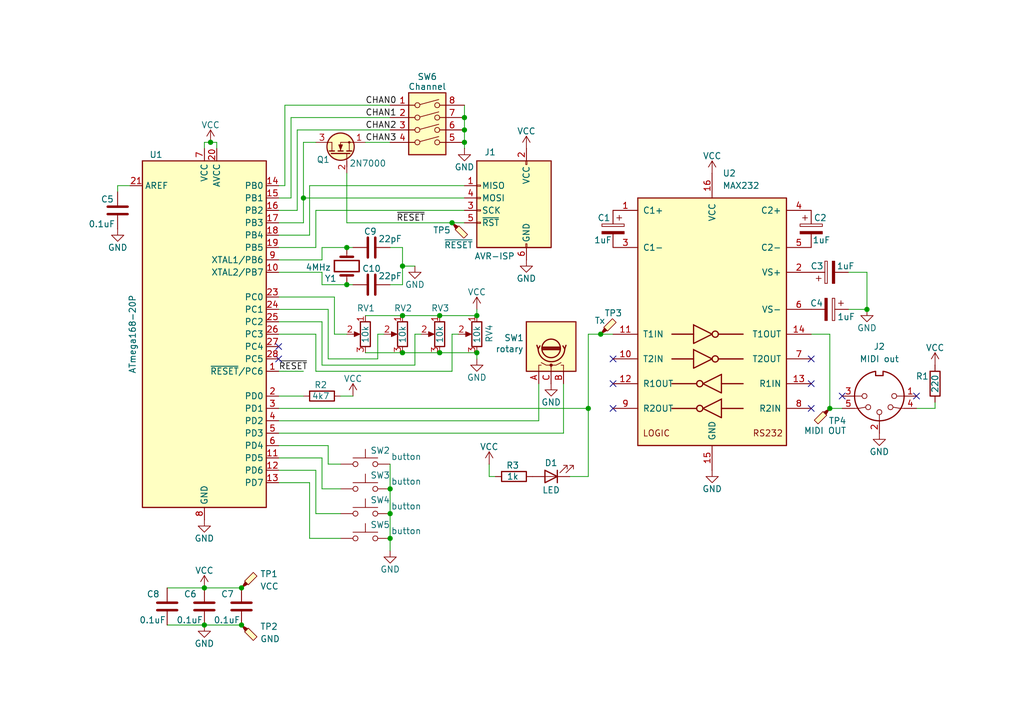
<source format=kicad_sch>
(kicad_sch (version 20250114) (generator "eeschema") (generator_version "9.0")
  (paper "A5")
  (title_block (title "MIDI knobs") (date "2026-01-28") (rev "1"))
  (lib_symbols
    (symbol "Connector:AVR-ISP-6" (pin_names (offset 1.016))
      (property "Reference" "J" (at -6.35 11.43 0))
      (property "Value" "AVR-ISP-6" (at 0 11.43 0))
      (symbol "AVR-ISP-6_0_1"
        (rectangle (start -2.667 10.16) (end -2.413 9.398))
        (rectangle (start -2.667 -6.858) (end -2.413 -7.62))
        (rectangle (start 7.62 10.16) (end -7.62 -7.62) (stroke (width 0.254)) (fill (type background)))
        (rectangle (start 7.62 5.207) (end 6.858 4.953))
        (rectangle (start 7.62 2.667) (end 6.858 2.413))
        (rectangle (start 7.62 0.127) (end 6.858 -0.127))
        (rectangle (start 7.62 -2.413) (end 6.858 -2.667))
      )
      (symbol "AVR-ISP-6_1_1"
        (pin passive line (at -2.54 12.7 270) (length 2.54) (name "VCC") (number "2"))
        (pin passive line (at -2.54 -10.16 90) (length 2.54) (name "GND") (number "6"))
        (pin passive line (at 10.16 5.08 180) (length 2.54) (name "MISO") (number "1"))
        (pin passive line (at 10.16 2.54 180) (length 2.54) (name "MOSI") (number "4"))
        (pin passive line (at 10.16 0 180) (length 2.54) (name "SCK") (number "3"))
        (pin passive line (at 10.16 -2.54 180) (length 2.54) (name "~{RST}") (number "5"))
      )
    )
    (symbol "Connector:DIN-5_180degree" (pin_names (offset 1.016))
      (property "Reference" "J" (at 3.175 5.715 0))
      (property "Value" "DIN-5_180degree" (at 0 -6.35 0))
      (symbol "DIN-5_180degree_0_1"
        (polyline (pts (xy -5.08 2.54) (xy -4.318 2.54) (xy -2.794 2.286)))
        (polyline (pts (xy -5.08 0) (xy -3.556 0)))
        (circle (center -3.048 0) (radius 0.508))
        (circle (center -2.286 2.286) (radius 0.508))
        (polyline (pts (xy -0.762 -4.953) (xy -0.762 -4.191) (xy 0.762 -4.191) (xy 0.762 -4.953)) (stroke (width 0.254)))
        (arc (start 5.08 0) (mid 3.8673 -3.3444) (end 0.762 -5.08) (stroke (width 0.254)))
        (polyline (pts (xy 0 5.08) (xy 0 3.81)))
        (circle (center 0 3.302) (radius 0.508))
        (arc (start -5.08 0) (mid 0 5.0579) (end 5.08 0) (stroke (width 0.254)))
        (arc (start -0.762 -5.08) (mid -3.8597 -3.3379) (end -5.08 0) (stroke (width 0.254)))
        (circle (center 2.286 2.286) (radius 0.508))
        (circle (center 3.048 0) (radius 0.508))
        (polyline (pts (xy 5.08 2.54) (xy 4.318 2.54) (xy 2.794 2.286)))
        (polyline (pts (xy 5.08 0) (xy 3.556 0)))
      )
      (symbol "DIN-5_180degree_1_1"
        (pin passive line (at -7.62 2.54 0) (length 2.54) (name "~") (number "4"))
        (pin passive line (at -7.62 0 0) (length 2.54) (name "~") (number "1"))
        (pin passive line (at 0 7.62 270) (length 2.54) (name "~") (number "2"))
        (pin passive line (at 7.62 2.54 180) (length 2.54) (name "~") (number "5"))
        (pin passive line (at 7.62 0 180) (length 2.54) (name "~") (number "3"))
      )
    )
    (symbol "Connector:TestPoint_Probe" (pin_numbers (hide yes)) (pin_names (offset 0.762) (hide yes))
      (property "Reference" "TP" (at 1.651 5.842 0))
      (property "Value" "TestPoint_Probe" (at 1.651 4.064 0))
      (symbol "TestPoint_Probe_0_1"
        (polyline (pts (xy 1.27 0.762) (xy 0 0) (xy 0.762 1.27) (xy 1.27 0.762)) (fill (type outline)))
        (polyline (pts (xy 1.397 0.635) (xy 0.635 1.397) (xy 2.413 3.175) (xy 3.175 2.413) (xy 1.397 0.635)) (fill (type background)))
      )
      (symbol "TestPoint_Probe_1_1"
        (pin passive line (at 0 0 90) (length 0) (name "1") (number "1"))
      )
    )
    (symbol "Device:C" (pin_numbers (hide yes)) (pin_names (offset 0.254))
      (property "Reference" "C" (at 0.635 2.54 0))
      (property "Value" "C" (at 0.635 -2.54 0))
      (symbol "C_0_1"
        (polyline (pts (xy -2.032 0.762) (xy 2.032 0.762)) (stroke (width 0.508)))
        (polyline (pts (xy -2.032 -0.762) (xy 2.032 -0.762)) (stroke (width 0.508)))
      )
      (symbol "C_1_1"
        (pin passive line (at 0 3.81 270) (length 2.794) (name "~") (number "1"))
        (pin passive line (at 0 -3.81 90) (length 2.794) (name "~") (number "2"))
      )
    )
    (symbol "Device:C_Polarized" (pin_numbers (hide yes)) (pin_names (offset 0.254))
      (property "Reference" "C" (at 0.635 2.54 0))
      (property "Value" "C_Polarized" (at 0.635 -2.54 0))
      (symbol "C_Polarized_0_1"
        (rectangle (start -2.286 0.508) (end 2.286 1.016))
        (polyline (pts (xy -1.778 2.286) (xy -0.762 2.286)))
        (polyline (pts (xy -1.27 2.794) (xy -1.27 1.778)))
        (rectangle (start 2.286 -0.508) (end -2.286 -1.016) (fill (type outline)))
      )
      (symbol "C_Polarized_1_1"
        (pin passive line (at 0 3.81 270) (length 2.794) (name "~") (number "1"))
        (pin passive line (at 0 -3.81 90) (length 2.794) (name "~") (number "2"))
      )
    )
    (symbol "Device:Crystal" (pin_numbers (hide yes)) (pin_names (offset 1.016) (hide yes))
      (property "Reference" "Y" (at 0 3.81 0))
      (property "Value" "Crystal" (at 0 -3.81 0))
      (symbol "Crystal_0_1"
        (polyline (pts (xy -2.54 0) (xy -1.905 0)))
        (polyline (pts (xy -1.905 -1.27) (xy -1.905 1.27)) (stroke (width 0.508)))
        (rectangle (start -1.143 2.54) (end 1.143 -2.54) (stroke (width 0.3048)))
        (polyline (pts (xy 1.905 -1.27) (xy 1.905 1.27)) (stroke (width 0.508)))
        (polyline (pts (xy 2.54 0) (xy 1.905 0)))
      )
      (symbol "Crystal_1_1"
        (pin passive line (at -3.81 0 0) (length 1.27) (name "1") (number "1"))
        (pin passive line (at 3.81 0 180) (length 1.27) (name "2") (number "2"))
      )
    )
    (symbol "Device:LED" (pin_numbers (hide yes)) (pin_names (offset 1.016) (hide yes))
      (property "Reference" "D" (at 0 2.54 0))
      (property "Value" "LED" (at 0 -2.54 0))
      (symbol "LED_0_1"
        (polyline (pts (xy -3.048 -0.762) (xy -4.572 -2.286) (xy -3.81 -2.286) (xy -4.572 -2.286) (xy -4.572 -1.524)))
        (polyline (pts (xy -1.778 -0.762) (xy -3.302 -2.286) (xy -2.54 -2.286) (xy -3.302 -2.286) (xy -3.302 -1.524)))
        (polyline (pts (xy -1.27 0) (xy 1.27 0)))
        (polyline (pts (xy -1.27 -1.27) (xy -1.27 1.27)) (stroke (width 0.254)))
        (polyline (pts (xy 1.27 -1.27) (xy 1.27 1.27) (xy -1.27 0) (xy 1.27 -1.27)) (stroke (width 0.254)))
      )
      (symbol "LED_1_1"
        (pin passive line (at -3.81 0 0) (length 2.54) (name "K") (number "1"))
        (pin passive line (at 3.81 0 180) (length 2.54) (name "A") (number "2"))
      )
    )
    (symbol "Device:R" (pin_numbers (hide yes)) (pin_names (offset 0))
      (property "Reference" "R" (at 2.032 0 90))
      (property "Value" "R" (at 0 0 90))
      (symbol "R_0_1"
        (rectangle (start -1.016 -2.54) (end 1.016 2.54) (stroke (width 0.254)))
      )
      (symbol "R_1_1"
        (pin passive line (at 0 3.81 270) (length 1.27) (name "~") (number "1"))
        (pin passive line (at 0 -3.81 90) (length 1.27) (name "~") (number "2"))
      )
    )
    (symbol "Device:R_Potentiometer" (pin_names (offset 1.016) (hide yes))
      (property "Reference" "RV" (at -4.445 0 90))
      (property "Value" "R_Potentiometer" (at -2.54 0 90))
      (symbol "R_Potentiometer_0_1"
        (rectangle (start 1.016 2.54) (end -1.016 -2.54) (stroke (width 0.254)))
        (polyline (pts (xy 1.143 0) (xy 2.286 0.508) (xy 2.286 -0.508) (xy 1.143 0)) (fill (type outline)))
        (polyline (pts (xy 2.54 0) (xy 1.524 0)))
      )
      (symbol "R_Potentiometer_1_1"
        (pin passive line (at 0 3.81 270) (length 1.27) (name "1") (number "1"))
        (pin passive line (at 0 -3.81 90) (length 1.27) (name "3") (number "3"))
        (pin passive line (at 3.81 0 180) (length 1.27) (name "2") (number "2"))
      )
    )
    (symbol "Device:RotaryEncoder" (pin_names (offset 0.254) (hide yes))
      (property "Reference" "SW" (at 0 6.604 0))
      (property "Value" "RotaryEncoder" (at 0 -6.604 0))
      (symbol "RotaryEncoder_0_1"
        (rectangle (start -5.08 5.08) (end 5.08 -5.08) (stroke (width 0.254)) (fill (type background)))
        (polyline (pts (xy -5.08 2.54) (xy -3.81 2.54) (xy -3.81 2.032)))
        (polyline (pts (xy -5.08 0) (xy -3.81 0) (xy -3.81 -1.016) (xy -3.302 -2.032)))
        (polyline (pts (xy -5.08 -2.54) (xy -3.81 -2.54) (xy -3.81 -2.032)))
        (polyline (pts (xy -4.318 0) (xy -3.81 0) (xy -3.81 1.016) (xy -3.302 2.032)))
        (circle (center -3.81 0) (radius 0.254) (fill (type outline)))
        (polyline (pts (xy -0.635 -1.778) (xy -0.635 1.778)) (stroke (width 0.254)))
        (circle (center -0.381 0) (radius 1.905) (stroke (width 0.254)))
        (polyline (pts (xy -0.381 -1.778) (xy -0.381 1.778)) (stroke (width 0.254)))
        (arc (start -0.381 -2.794) (mid -3.0988 -0.0635) (end -0.381 2.667) (stroke (width 0.254)))
        (polyline (pts (xy -0.127 1.778) (xy -0.127 -1.778)) (stroke (width 0.254)))
        (polyline (pts (xy 0.254 2.921) (xy -0.508 2.667) (xy 0.127 2.286)) (stroke (width 0.254)))
        (polyline (pts (xy 0.254 -3.048) (xy -0.508 -2.794) (xy 0.127 -2.413)) (stroke (width 0.254)))
      )
      (symbol "RotaryEncoder_1_1"
        (pin passive line (at -7.62 2.54 0) (length 2.54) (name "A") (number "A"))
        (pin passive line (at -7.62 0 0) (length 2.54) (name "C") (number "C"))
        (pin passive line (at -7.62 -2.54 0) (length 2.54) (name "B") (number "B"))
      )
    )
    (symbol "Interface_UART:MAX232" (pin_names (offset 1.016))
      (property "Reference" "U" (at -2.54 28.575 0))
      (property "Value" "MAX232" (at -2.54 26.67 0))
      (symbol "MAX232_0_0"
        (text "LOGIC" (at -11.43 -22.86 0) (effects (font (size 1.27 1.27))))
        (text "RS232" (at 11.43 -22.86 0) (effects (font (size 1.27 1.27))))
      )
      (symbol "MAX232_0_1"
        (rectangle (start -15.24 -25.4) (end 15.24 25.4) (stroke (width 0.254)) (fill (type background)))
        (polyline (pts (xy -3.81 -0.635) (xy -3.81 -4.445) (xy 0 -2.54) (xy -3.81 -0.635)) (stroke (width 0.254)))
        (polyline (pts (xy -3.81 -2.54) (xy -8.255 -2.54)) (stroke (width 0.254)))
        (polyline (pts (xy -3.81 -5.715) (xy -3.81 -9.525) (xy 0 -7.62) (xy -3.81 -5.715)) (stroke (width 0.254)))
        (polyline (pts (xy -3.81 -7.62) (xy -8.255 -7.62)) (stroke (width 0.254)))
        (polyline (pts (xy -3.175 -12.7) (xy -8.255 -12.7)) (stroke (width 0.254)))
        (polyline (pts (xy -3.175 -17.78) (xy -8.255 -17.78)) (stroke (width 0.254)))
        (circle (center -2.54 -12.7) (radius 0.635) (stroke (width 0.254)))
        (circle (center -2.54 -17.78) (radius 0.635) (stroke (width 0.254)))
        (circle (center 0.635 -2.54) (radius 0.635) (stroke (width 0.254)))
        (circle (center 0.635 -7.62) (radius 0.635) (stroke (width 0.254)))
        (polyline (pts (xy 1.27 -2.54) (xy 6.35 -2.54)) (stroke (width 0.254)))
        (polyline (pts (xy 1.27 -7.62) (xy 6.35 -7.62)) (stroke (width 0.254)))
        (polyline (pts (xy 1.905 -10.795) (xy 1.905 -14.605) (xy -1.905 -12.7) (xy 1.905 -10.795)) (stroke (width 0.254)))
        (polyline (pts (xy 1.905 -12.7) (xy 6.35 -12.7)) (stroke (width 0.254)))
        (polyline (pts (xy 1.905 -15.875) (xy 1.905 -19.685) (xy -1.905 -17.78) (xy 1.905 -15.875)) (stroke (width 0.254)))
        (polyline (pts (xy 1.905 -17.78) (xy 6.35 -17.78)) (stroke (width 0.254)))
      )
      (symbol "MAX232_1_1"
        (pin passive line (at -20.32 22.86 0) (length 5.08) (name "C1+") (number "1"))
        (pin passive line (at -20.32 15.24 0) (length 5.08) (name "C1-") (number "3"))
        (pin input line (at -20.32 -2.54 0) (length 5.08) (name "T1IN") (number "11"))
        (pin input line (at -20.32 -7.62 0) (length 5.08) (name "T2IN") (number "10"))
        (pin output line (at -20.32 -12.7 0) (length 5.08) (name "R1OUT") (number "12"))
        (pin output line (at -20.32 -17.78 0) (length 5.08) (name "R2OUT") (number "9"))
        (pin power_in line (at 0 30.48 270) (length 5.08) (name "VCC") (number "16"))
        (pin power_in line (at 0 -30.48 90) (length 5.08) (name "GND") (number "15"))
        (pin passive line (at 20.32 22.86 180) (length 5.08) (name "C2+") (number "4"))
        (pin passive line (at 20.32 15.24 180) (length 5.08) (name "C2-") (number "5"))
        (pin power_out line (at 20.32 10.16 180) (length 5.08) (name "VS+") (number "2"))
        (pin power_out line (at 20.32 2.54 180) (length 5.08) (name "VS-") (number "6"))
        (pin output line (at 20.32 -2.54 180) (length 5.08) (name "T1OUT") (number "14"))
        (pin output line (at 20.32 -7.62 180) (length 5.08) (name "T2OUT") (number "7"))
        (pin input line (at 20.32 -12.7 180) (length 5.08) (name "R1IN") (number "13"))
        (pin input line (at 20.32 -17.78 180) (length 5.08) (name "R2IN") (number "8"))
      )
    )
    (symbol "MCU_Microchip_ATmega:ATmega168-20P"
      (property "Reference" "U" (at -12.7 36.83 0))
      (property "Value" "ATmega168-20P" (at 2.54 -36.83 0))
      (symbol "ATmega168-20P_0_1"
        (rectangle (start -12.7 -35.56) (end 12.7 35.56) (stroke (width 0.254)) (fill (type background)))
      )
      (symbol "ATmega168-20P_1_1"
        (pin passive line (at -15.24 30.48 0) (length 2.54) (name "AREF") (number "21"))
        (pin power_in line (at 0 38.1 270) (length 2.54) (name "VCC") (number "7"))
        (pin passive line (at 0 -38.1 90) (length 2.54) (hide yes) (name "GND") (number "22"))
        (pin power_in line (at 0 -38.1 90) (length 2.54) (name "GND") (number "8"))
        (pin power_in line (at 2.54 38.1 270) (length 2.54) (name "AVCC") (number "20"))
        (pin bidirectional line (at 15.24 30.48 180) (length 2.54) (name "PB0") (number "14"))
        (pin bidirectional line (at 15.24 27.94 180) (length 2.54) (name "PB1") (number "15"))
        (pin bidirectional line (at 15.24 25.4 180) (length 2.54) (name "PB2") (number "16"))
        (pin bidirectional line (at 15.24 22.86 180) (length 2.54) (name "PB3") (number "17"))
        (pin bidirectional line (at 15.24 20.32 180) (length 2.54) (name "PB4") (number "18"))
        (pin bidirectional line (at 15.24 17.78 180) (length 2.54) (name "PB5") (number "19"))
        (pin bidirectional line (at 15.24 15.24 180) (length 2.54) (name "XTAL1/PB6") (number "9"))
        (pin bidirectional line (at 15.24 12.7 180) (length 2.54) (name "XTAL2/PB7") (number "10"))
        (pin bidirectional line (at 15.24 7.62 180) (length 2.54) (name "PC0") (number "23"))
        (pin bidirectional line (at 15.24 5.08 180) (length 2.54) (name "PC1") (number "24"))
        (pin bidirectional line (at 15.24 2.54 180) (length 2.54) (name "PC2") (number "25"))
        (pin bidirectional line (at 15.24 0 180) (length 2.54) (name "PC3") (number "26"))
        (pin bidirectional line (at 15.24 -2.54 180) (length 2.54) (name "PC4") (number "27"))
        (pin bidirectional line (at 15.24 -5.08 180) (length 2.54) (name "PC5") (number "28"))
        (pin bidirectional line (at 15.24 -7.62 180) (length 2.54) (name "~{RESET}/PC6") (number "1"))
        (pin bidirectional line (at 15.24 -12.7 180) (length 2.54) (name "PD0") (number "2"))
        (pin bidirectional line (at 15.24 -15.24 180) (length 2.54) (name "PD1") (number "3"))
        (pin bidirectional line (at 15.24 -17.78 180) (length 2.54) (name "PD2") (number "4"))
        (pin bidirectional line (at 15.24 -20.32 180) (length 2.54) (name "PD3") (number "5"))
        (pin bidirectional line (at 15.24 -22.86 180) (length 2.54) (name "PD4") (number "6"))
        (pin bidirectional line (at 15.24 -25.4 180) (length 2.54) (name "PD5") (number "11"))
        (pin bidirectional line (at 15.24 -27.94 180) (length 2.54) (name "PD6") (number "12"))
        (pin bidirectional line (at 15.24 -30.48 180) (length 2.54) (name "PD7") (number "13"))
      )
    )
    (symbol "PCM_Transistor_MOSFET_AKL:2N7000" (pin_names (hide yes))
      (property "Reference" "Q" (at 5.08 1.27 0))
      (property "Value" "2N7000" (at 5.08 -1.27 0))
      (symbol "2N7000_0_1"
        (polyline (pts (xy 0.254 1.905) (xy 0.254 -1.905)) (stroke (width 0.254)))
        (polyline (pts (xy 0.254 -1.27) (xy -2.54 -1.27)))
        (polyline (pts (xy 0.762 2.286) (xy 0.762 1.27)) (stroke (width 0.254)))
        (polyline (pts (xy 0.762 0.508) (xy 0.762 -0.508)) (stroke (width 0.254)))
        (polyline (pts (xy 0.762 -1.27) (xy 0.762 -2.286)) (stroke (width 0.254)))
        (polyline (pts (xy 0.762 -1.778) (xy 2.54 -1.778)))
        (polyline (pts (xy 1.016 0) (xy 2.032 0.381) (xy 2.032 -0.381) (xy 1.016 0)) (fill (type outline)))
        (circle (center 1.651 0) (radius 2.794) (stroke (width 0.254)) (fill (type background)))
        (polyline (pts (xy 2.54 2.54) (xy 2.54 1.778)))
        (polyline (pts (xy 2.54 1.778) (xy 0.762 1.778)))
        (circle (center 2.54 -1.778) (radius 0.1778) (fill (type outline)))
        (polyline (pts (xy 2.54 -2.54) (xy 2.54 0) (xy 0.762 0)))
      )
      (symbol "2N7000_1_1"
        (pin input line (at -3.81 -1.27 0) (length 2.54) (name "G") (number "2"))
        (pin passive line (at 2.54 5.08 270) (length 2.54) (name "D") (number "3"))
        (pin passive line (at 2.54 -5.08 90) (length 2.54) (name "S") (number "1"))
      )
    )
    (symbol "Switch:SW_DIP_x04" (pin_names (offset 0) (hide yes))
      (property "Reference" "SW" (at 0 8.89 0))
      (property "Value" "SW_DIP_x04" (at 0 -6.35 0))
      (symbol "SW_DIP_x04_0_0"
        (circle (center -2.032 5.08) (radius 0.508))
        (circle (center -2.032 2.54) (radius 0.508))
        (circle (center -2.032 0) (radius 0.508))
        (circle (center -2.032 -2.54) (radius 0.508))
        (polyline (pts (xy -1.524 5.207) (xy 2.3622 6.2484)))
        (polyline (pts (xy -1.524 2.667) (xy 2.3622 3.7084)))
        (polyline (pts (xy -1.524 0.127) (xy 2.3622 1.1684)))
        (polyline (pts (xy -1.524 -2.3876) (xy 2.3622 -1.3462)))
        (circle (center 2.032 5.08) (radius 0.508))
        (circle (center 2.032 2.54) (radius 0.508))
        (circle (center 2.032 0) (radius 0.508))
        (circle (center 2.032 -2.54) (radius 0.508))
      )
      (symbol "SW_DIP_x04_0_1"
        (rectangle (start -3.81 7.62) (end 3.81 -5.08) (stroke (width 0.254)) (fill (type background)))
      )
      (symbol "SW_DIP_x04_1_1"
        (pin passive line (at -7.62 5.08 0) (length 5.08) (name "~") (number "1"))
        (pin passive line (at -7.62 2.54 0) (length 5.08) (name "~") (number "2"))
        (pin passive line (at -7.62 0 0) (length 5.08) (name "~") (number "3"))
        (pin passive line (at -7.62 -2.54 0) (length 5.08) (name "~") (number "4"))
        (pin passive line (at 7.62 5.08 180) (length 5.08) (name "~") (number "8"))
        (pin passive line (at 7.62 2.54 180) (length 5.08) (name "~") (number "7"))
        (pin passive line (at 7.62 0 180) (length 5.08) (name "~") (number "6"))
        (pin passive line (at 7.62 -2.54 180) (length 5.08) (name "~") (number "5"))
      )
    )
    (symbol "Switch:SW_Push" (pin_numbers (hide yes)) (pin_names (offset 1.016) (hide yes))
      (property "Reference" "SW" (at 1.27 2.54 0))
      (property "Value" "SW_Push" (at 0 -1.524 0))
      (symbol "SW_Push_0_1"
        (circle (center -2.032 0) (radius 0.508))
        (polyline (pts (xy 0 1.27) (xy 0 3.048)))
        (circle (center 2.032 0) (radius 0.508))
        (polyline (pts (xy 2.54 1.27) (xy -2.54 1.27)))
        (pin passive line (at -5.08 0 0) (length 2.54) (name "1") (number "1"))
        (pin passive line (at 5.08 0 180) (length 2.54) (name "2") (number "2"))
      )
    )
    (symbol "power:GND" (power) (pin_numbers (hide yes)) (pin_names (offset 0) (hide yes))
      (property "Value" "GND" (at 0 -3.81 0))
      (symbol "GND_0_1"
        (polyline (pts (xy 0 0) (xy 0 -1.27) (xy 1.27 -1.27) (xy 0 -2.54) (xy -1.27 -1.27) (xy 0 -1.27)))
      )
      (symbol "GND_1_1"
        (pin power_in line (at 0 0 270) (length 0) (name "~") (number "1"))
      )
    )
    (symbol "power:VCC" (power) (pin_numbers (hide yes)) (pin_names (offset 0) (hide yes))
      (property "Value" "VCC" (at 0 3.556 0))
      (symbol "VCC_0_1"
        (polyline (pts (xy -0.762 1.27) (xy 0 2.54)))
        (polyline (pts (xy 0 2.54) (xy 0.762 1.27)))
        (polyline (pts (xy 0 0) (xy 0 2.54)))
      )
      (symbol "VCC_1_1"
        (pin power_in line (at 0 0 90) (length 0) (name "~") (number "1"))
      )
    )
  )
  (junction (at 92.71 45.72))
  (junction (at 82.55 72.39))
  (junction (at 49.53 120.65))
  (junction (at 95.25 26.67))
  (junction (at 95.25 24.13))
  (junction (at 90.17 72.39))
  (junction (at 41.91 128.27))
  (junction (at 80.01 100.33))
  (junction (at 41.91 120.65))
  (junction (at 62.23 40.64))
  (junction (at 123.19 68.58))
  (junction (at 82.55 54.61))
  (junction (at 97.79 72.39))
  (junction (at 80.01 105.41))
  (junction (at 82.55 64.77))
  (junction (at 170.18 83.82))
  (junction (at 49.53 128.27))
  (junction (at 177.8 63.5))
  (junction (at 97.79 64.77))
  (junction (at 80.01 110.49))
  (junction (at 95.25 29.21))
  (junction (at 71.12 50.8))
  (junction (at 90.17 64.77))
  (junction (at 43.18 29.21))
  (junction (at 120.65 83.82))
  (junction (at 71.12 58.42))
  (no_connect (at 172.72 81.28))
  (no_connect (at 125.73 73.66))
  (no_connect (at 166.37 83.82))
  (no_connect (at 57.15 71.12))
  (no_connect (at 57.15 73.66))
  (no_connect (at 125.73 78.74))
  (no_connect (at 166.37 73.66))
  (no_connect (at 187.96 81.28))
  (no_connect (at 166.37 78.74))
  (no_connect (at 125.73 83.82))
  (wire (pts (xy 123.19 68.58) (xy 125.73 68.58)))
  (wire (pts (xy 67.31 63.5) (xy 57.15 63.5)))
  (wire (pts (xy 59.69 40.64) (xy 57.15 40.64)))
  (wire (pts (xy 57.15 76.2) (xy 62.23 76.2)))
  (wire (pts (xy 41.91 29.21) (xy 43.18 29.21)))
  (wire (pts (xy 63.5 38.1) (xy 95.25 38.1)))
  (wire (pts (xy 172.72 83.82) (xy 170.18 83.82)))
  (wire (pts (xy 62.23 40.64) (xy 95.25 40.64)))
  (wire (pts (xy 78.74 68.58) (xy 77.47 68.58)))
  (wire (pts (xy 97.79 63.5) (xy 97.79 64.77)))
  (wire (pts (xy 120.65 68.58) (xy 120.65 83.82)))
  (wire (pts (xy 64.77 43.18) (xy 95.25 43.18)))
  (wire (pts (xy 60.96 26.67) (xy 60.96 43.18)))
  (wire (pts (xy 120.65 97.79) (xy 120.65 83.82)))
  (wire (pts (xy 41.91 128.27) (xy 49.53 128.27)))
  (wire (pts (xy 57.15 50.8) (xy 64.77 50.8)))
  (wire (pts (xy 85.09 74.93) (xy 66.04 74.93)))
  (wire (pts (xy 92.71 45.72) (xy 95.25 45.72)))
  (wire (pts (xy 66.04 58.42) (xy 71.12 58.42)))
  (wire (pts (xy 71.12 50.8) (xy 72.39 50.8)))
  (wire (pts (xy 90.17 72.39) (xy 97.79 72.39)))
  (wire (pts (xy 95.25 21.59) (xy 95.25 24.13)))
  (wire (pts (xy 69.85 100.33) (xy 66.04 100.33)))
  (wire (pts (xy 115.57 88.9) (xy 57.15 88.9)))
  (wire (pts (xy 41.91 30.48) (xy 41.91 29.21)))
  (wire (pts (xy 59.69 24.13) (xy 80.01 24.13)))
  (wire (pts (xy 69.85 110.49) (xy 63.5 110.49)))
  (wire (pts (xy 60.96 43.18) (xy 57.15 43.18)))
  (wire (pts (xy 80.01 105.41) (xy 80.01 110.49)))
  (wire (pts (xy 67.31 73.66) (xy 67.31 63.5)))
  (wire (pts (xy 58.42 21.59) (xy 58.42 38.1)))
  (wire (pts (xy 66.04 55.88) (xy 66.04 58.42)))
  (wire (pts (xy 173.99 63.5) (xy 177.8 63.5)))
  (wire (pts (xy 74.93 29.21) (xy 80.01 29.21)))
  (wire (pts (xy 34.29 128.27) (xy 41.91 128.27)))
  (wire (pts (xy 57.15 45.72) (xy 62.23 45.72)))
  (wire (pts (xy 63.5 48.26) (xy 63.5 38.1)))
  (wire (pts (xy 64.77 96.52) (xy 57.15 96.52)))
  (wire (pts (xy 80.01 95.25) (xy 80.01 100.33)))
  (wire (pts (xy 66.04 100.33) (xy 66.04 93.98)))
  (wire (pts (xy 67.31 95.25) (xy 67.31 91.44)))
  (wire (pts (xy 64.77 76.2) (xy 64.77 68.58)))
  (wire (pts (xy 66.04 74.93) (xy 66.04 66.04)))
  (wire (pts (xy 74.93 64.77) (xy 82.55 64.77)))
  (wire (pts (xy 66.04 50.8) (xy 71.12 50.8)))
  (wire (pts (xy 110.49 78.74) (xy 110.49 86.36)))
  (wire (pts (xy 82.55 58.42) (xy 80.01 58.42)))
  (wire (pts (xy 100.33 95.25) (xy 100.33 97.79)))
  (wire (pts (xy 93.98 68.58) (xy 92.71 68.58)))
  (wire (pts (xy 57.15 66.04) (xy 66.04 66.04)))
  (wire (pts (xy 58.42 21.59) (xy 80.01 21.59)))
  (wire (pts (xy 57.15 55.88) (xy 66.04 55.88)))
  (wire (pts (xy 24.13 38.1) (xy 26.67 38.1)))
  (wire (pts (xy 64.77 68.58) (xy 57.15 68.58)))
  (wire (pts (xy 82.55 54.61) (xy 85.09 54.61)))
  (wire (pts (xy 64.77 50.8) (xy 64.77 43.18)))
  (wire (pts (xy 58.42 38.1) (xy 57.15 38.1)))
  (wire (pts (xy 63.5 110.49) (xy 63.5 99.06)))
  (wire (pts (xy 66.04 53.34) (xy 66.04 50.8)))
  (wire (pts (xy 82.55 64.77) (xy 90.17 64.77)))
  (wire (pts (xy 82.55 50.8) (xy 82.55 54.61)))
  (wire (pts (xy 82.55 72.39) (xy 90.17 72.39)))
  (wire (pts (xy 43.18 29.21) (xy 44.45 29.21)))
  (wire (pts (xy 80.01 100.33) (xy 80.01 105.41)))
  (wire (pts (xy 57.15 83.82) (xy 120.65 83.82)))
  (wire (pts (xy 90.17 64.77) (xy 97.79 64.77)))
  (wire (pts (xy 68.58 60.96) (xy 57.15 60.96)))
  (wire (pts (xy 62.23 29.21) (xy 62.23 40.64)))
  (wire (pts (xy 115.57 78.74) (xy 115.57 88.9)))
  (wire (pts (xy 34.29 120.65) (xy 41.91 120.65)))
  (wire (pts (xy 191.77 82.55) (xy 191.77 83.82)))
  (wire (pts (xy 24.13 39.37) (xy 24.13 38.1)))
  (wire (pts (xy 86.36 68.58) (xy 85.09 68.58)))
  (wire (pts (xy 77.47 73.66) (xy 67.31 73.66)))
  (wire (pts (xy 80.01 110.49) (xy 80.01 113.03)))
  (wire (pts (xy 69.85 81.28) (xy 72.39 81.28)))
  (wire (pts (xy 95.25 24.13) (xy 95.25 26.67)))
  (wire (pts (xy 69.85 105.41) (xy 64.77 105.41)))
  (wire (pts (xy 63.5 99.06) (xy 57.15 99.06)))
  (wire (pts (xy 170.18 83.82) (xy 170.18 68.58)))
  (wire (pts (xy 123.19 68.58) (xy 120.65 68.58)))
  (wire (pts (xy 71.12 45.72) (xy 92.71 45.72)))
  (wire (pts (xy 173.99 55.88) (xy 177.8 55.88)))
  (wire (pts (xy 71.12 35.56) (xy 71.12 45.72)))
  (wire (pts (xy 44.45 29.21) (xy 44.45 30.48)))
  (wire (pts (xy 191.77 83.82) (xy 187.96 83.82)))
  (wire (pts (xy 60.96 26.67) (xy 80.01 26.67)))
  (wire (pts (xy 68.58 68.58) (xy 71.12 68.58)))
  (wire (pts (xy 80.01 50.8) (xy 82.55 50.8)))
  (wire (pts (xy 100.33 97.79) (xy 101.6 97.79)))
  (wire (pts (xy 57.15 81.28) (xy 62.23 81.28)))
  (wire (pts (xy 64.77 76.2) (xy 92.71 76.2)))
  (wire (pts (xy 95.25 29.21) (xy 95.25 30.48)))
  (wire (pts (xy 95.25 26.67) (xy 95.25 29.21)))
  (wire (pts (xy 66.04 93.98) (xy 57.15 93.98)))
  (wire (pts (xy 68.58 68.58) (xy 68.58 60.96)))
  (wire (pts (xy 116.84 97.79) (xy 120.65 97.79)))
  (wire (pts (xy 92.71 68.58) (xy 92.71 76.2)))
  (wire (pts (xy 41.91 120.65) (xy 49.53 120.65)))
  (wire (pts (xy 82.55 54.61) (xy 82.55 58.42)))
  (wire (pts (xy 177.8 55.88) (xy 177.8 63.5)))
  (wire (pts (xy 59.69 24.13) (xy 59.69 40.64)))
  (wire (pts (xy 57.15 86.36) (xy 110.49 86.36)))
  (wire (pts (xy 67.31 95.25) (xy 69.85 95.25)))
  (wire (pts (xy 170.18 68.58) (xy 166.37 68.58)))
  (wire (pts (xy 71.12 58.42) (xy 72.39 58.42)))
  (wire (pts (xy 85.09 68.58) (xy 85.09 74.93)))
  (wire (pts (xy 97.79 72.39) (xy 97.79 73.66)))
  (wire (pts (xy 57.15 48.26) (xy 63.5 48.26)))
  (wire (pts (xy 57.15 53.34) (xy 66.04 53.34)))
  (wire (pts (xy 62.23 29.21) (xy 64.77 29.21)))
  (wire (pts (xy 64.77 105.41) (xy 64.77 96.52)))
  (wire (pts (xy 62.23 45.72) (xy 62.23 40.64)))
  (wire (pts (xy 67.31 91.44) (xy 57.15 91.44)))
  (wire (pts (xy 77.47 68.58) (xy 77.47 73.66)))
  (wire (pts (xy 74.93 72.39) (xy 82.55 72.39)))
  (label "CHAN0" (at 74.93 21.59 0))
  (label "CHAN2" (at 74.93 26.67 0))
  (label "CHAN1" (at 74.93 24.13 0))
  (label "~{RESET}" (at 81.28 45.72 0))
  (label "CHAN3" (at 74.93 29.21 0))
  (label "~{RESET}" (at 57.15 76.2 0))
  (symbol (lib_id "Device:LED") (at 113.03 97.79 180) (unit 1)
    (property "Reference" "D1" (at 113.03 94.996 0))
    (property "Value" "LED" (at 113.03 100.584 0))
    (property "Description" "Light emitting diode" (effects (hide yes)))
    (property "Sim.Pins" "1=K 2=A" (effects (hide yes)))
  )
  (symbol (lib_id "Device:R") (at 105.41 97.79 90) (unit 1)
    (property "Reference" "R3" (at 105.156 95.504 90))
    (property "Value" "1k" (at 105.156 97.79 90))
    (property "Description" "Resistor" (effects (hide yes)))
  )
  (symbol (lib_id "power:VCC") (at 43.18 29.21 0) (unit 1)
    (property "Reference" "#PWR05" (effects (hide yes)))
    (property "Value" "VCC" (at 43.18 25.654 0))
    (property "Description" "Power symbol creates a global label with name \"VCC\"" (effects (hide yes)))
  )
  (symbol (lib_id "Device:C") (at 41.91 124.46 0) (unit 1)
    (property "Reference" "C6" (at 40.386 121.92 0) (effects (justify right)))
    (property "Value" "0.1uF" (at 41.656 127.254 0) (effects (justify right)))
    (property "Description" "Unpolarized capacitor" (effects (hide yes)))
  )
  (symbol (lib_id "Device:C_Polarized") (at 166.37 46.99 0) (unit 1)
    (property "Reference" "C2" (at 166.878 44.704 0) (effects (justify left)))
    (property "Value" "1uF" (at 166.624 49.276 0) (effects (justify left)))
    (property "Description" "Polarized capacitor" (effects (hide yes)))
  )
  (symbol (lib_id "Connector:TestPoint_Probe") (at 49.53 128.27 270) (unit 1)
    (property "Reference" "TP2" (at 53.34 128.5874 90) (effects (justify left)))
    (property "Value" "GND" (at 53.34 131.1274 90) (effects (justify left)))
    (property "Description" "test point (alternative probe-style design)" (effects (hide yes)))
  )
  (symbol (lib_id "power:GND") (at 95.25 30.48 0) (unit 1)
    (property "Reference" "#PWR017" (effects (hide yes)))
    (property "Value" "GND" (at 95.25 34.29 0))
    (property "Description" "Power symbol creates a global label with name \"GND\" , ground" (effects (hide yes)))
  )
  (symbol (lib_id "MCU_Microchip_ATmega:ATmega168-20P") (at 41.91 68.58 0) (unit 1)
    (property "Reference" "U1" (at 32.004 31.75 0))
    (property "Value" "ATmega168-20P" (at 27.178 68.58 90))
    (property "Footprint" "Package_DIP:DIP-28_W7.62mm" (effects (hide yes)))
    (property "Datasheet" "http://ww1.microchip.com/downloads/en/DeviceDoc/Atmel-2545-8-bit-AVR-Microcontroller-ATmega48-88-168_Datasheet.pdf" (effects (hide yes)))
    (property "Description" "20MHz, 16kB Flash, 1kB SRAM, 512B EEPROM, DIP-28" (effects (hide yes)))
  )
  (symbol (lib_id "Device:R_Potentiometer") (at 82.55 68.58 0) (mirror y) (unit 1)
    (property "Reference" "RV2" (at 80.772 63.246 0) (effects (justify right)))
    (property "Value" "10k" (at 82.55 66.802 90) (effects (justify right)))
    (property "Description" "Potentiometer" (effects (hide yes)))
  )
  (symbol (lib_id "Switch:SW_Push") (at 74.93 105.41 0) (unit 1)
    (property "Reference" "SW4" (at 77.978 102.616 0))
    (property "Value" "button" (at 83.312 103.886 0))
    (property "Description" "Push button switch, generic, two pins" (effects (hide yes)))
  )
  (symbol (lib_id "power:VCC") (at 41.91 120.65 0) (unit 1)
    (property "Reference" "#PWR019" (effects (hide yes)))
    (property "Value" "VCC" (at 41.91 117.094 0))
    (property "Description" "Power symbol creates a global label with name \"VCC\"" (effects (hide yes)))
  )
  (symbol (lib_id "Device:C") (at 76.2 50.8 90) (unit 1)
    (property "Reference" "C9" (at 75.946 47.498 90))
    (property "Value" "22pF" (at 80.01 49.022 90))
    (property "Description" "Unpolarized capacitor" (effects (hide yes)))
  )
  (symbol (lib_id "Device:C") (at 49.53 124.46 0) (unit 1)
    (property "Reference" "C7" (at 48.006 121.92 0) (effects (justify right)))
    (property "Value" "0.1uF" (at 49.276 127.254 0) (effects (justify right)))
    (property "Description" "Unpolarized capacitor" (effects (hide yes)))
  )
  (symbol (lib_id "power:VCC") (at 146.05 35.56 0) (unit 1)
    (property "Reference" "#PWR09" (effects (hide yes)))
    (property "Value" "VCC" (at 146.05 32.004 0))
    (property "Description" "Power symbol creates a global label with name \"VCC\"" (effects (hide yes)))
  )
  (symbol (lib_id "Switch:SW_DIP_x04") (at 87.63 26.67 0) (unit 1)
    (property "Reference" "SW6" (at 87.63 15.748 0))
    (property "Value" "Channel" (at 87.63 17.78 0))
    (property "Description" "4x DIP Switch, Single Pole Single Throw (SPST) switch, small symbol" (effects (hide yes)))
  )
  (symbol (lib_id "Device:C_Polarized") (at 125.73 46.99 0) (mirror y) (unit 1)
    (property "Reference" "C1" (at 125.222 44.704 0) (effects (justify left)))
    (property "Value" "1uF" (at 125.476 49.276 0) (effects (justify left)))
    (property "Description" "Polarized capacitor" (effects (hide yes)))
  )
  (symbol (lib_id "power:VCC") (at 107.95 30.48 0) (unit 1)
    (property "Reference" "#PWR014" (effects (hide yes)))
    (property "Value" "VCC" (at 107.95 26.924 0))
    (property "Description" "Power symbol creates a global label with name \"VCC\"" (effects (hide yes)))
  )
  (symbol (lib_id "Connector:TestPoint_Probe") (at 92.71 45.72 270) (unit 1)
    (property "Reference" "TP5" (at 92.456 47.244 90) (effects (justify right)))
    (property "Value" "~{RESET}" (at 97.028 50.292 90) (effects (justify right)))
    (property "Description" "test point (alternative probe-style design)" (effects (hide yes)))
  )
  (symbol (lib_id "Device:R") (at 66.04 81.28 90) (unit 1)
    (property "Reference" "R2" (at 65.786 78.994 90))
    (property "Value" "4k7" (at 65.786 81.28 90))
    (property "Description" "Resistor" (effects (hide yes)))
  )
  (symbol (lib_id "Interface_UART:MAX232") (at 146.05 66.04 0) (unit 1)
    (property "Reference" "U2" (at 148.1933 35.56 0) (effects (justify left)))
    (property "Value" "MAX232" (at 148.1933 38.1 0) (effects (justify left)))
    (property "Datasheet" "http://www.ti.com/lit/ds/symlink/max232.pdf" (effects (hide yes)))
    (property "Description" "Dual RS232 driver/receiver, 5V supply, 120kb/s, 0C-70C" (effects (hide yes)))
  )
  (symbol (lib_id "Device:C") (at 24.13 43.18 0) (unit 1)
    (property "Reference" "C5" (at 23.368 40.894 0) (effects (justify right)))
    (property "Value" "0.1uF" (at 23.622 45.974 0) (effects (justify right)))
    (property "Description" "Unpolarized capacitor" (effects (hide yes)))
  )
  (symbol (lib_id "Connector:TestPoint_Probe") (at 170.18 83.82 180) (unit 1)
    (property "Reference" "TP4" (at 169.926 86.36 0) (effects (justify right)))
    (property "Value" "MIDI OUT" (at 164.846 88.392 0) (effects (justify right)))
    (property "Description" "test point (alternative probe-style design)" (effects (hide yes)))
  )
  (symbol (lib_id "power:VCC") (at 191.77 74.93 0) (unit 1)
    (property "Reference" "#PWR010" (effects (hide yes)))
    (property "Value" "VCC" (at 191.77 71.374 0))
    (property "Description" "Power symbol creates a global label with name \"VCC\"" (effects (hide yes)))
  )
  (symbol (lib_id "power:GND") (at 97.79 73.66 0) (unit 1)
    (property "Reference" "#PWR025" (effects (hide yes)))
    (property "Value" "GND" (at 97.79 77.47 0))
    (property "Description" "Power symbol creates a global label with name \"GND\" , ground" (effects (hide yes)))
  )
  (symbol (lib_id "power:VCC") (at 100.33 95.25 0) (unit 1)
    (property "Reference" "#PWR021" (effects (hide yes)))
    (property "Value" "VCC" (at 100.33 91.694 0))
    (property "Description" "Power symbol creates a global label with name \"VCC\"" (effects (hide yes)))
  )
  (symbol (lib_id "power:GND") (at 24.13 46.99 0) (unit 1)
    (property "Reference" "#PWR015" (effects (hide yes)))
    (property "Value" "GND" (at 24.13 50.8 0))
    (property "Description" "Power symbol creates a global label with name \"GND\" , ground" (effects (hide yes)))
  )
  (symbol (lib_id "Switch:SW_Push") (at 74.93 110.49 0) (unit 1)
    (property "Reference" "SW5" (at 77.978 107.696 0))
    (property "Value" "button" (at 83.312 108.966 0))
    (property "Description" "Push button switch, generic, two pins" (effects (hide yes)))
  )
  (symbol (lib_id "power:GND") (at 113.03 78.74 0) (unit 1)
    (property "Reference" "#PWR011" (effects (hide yes)))
    (property "Value" "GND" (at 113.03 82.55 0))
    (property "Description" "Power symbol creates a global label with name \"GND\" , ground" (effects (hide yes)))
  )
  (symbol (lib_id "power:GND") (at 41.91 128.27 0) (unit 1)
    (property "Reference" "#PWR018" (effects (hide yes)))
    (property "Value" "GND" (at 41.91 132.08 0))
    (property "Description" "Power symbol creates a global label with name \"GND\" , ground" (effects (hide yes)))
  )
  (symbol (lib_id "Device:R_Potentiometer") (at 97.79 68.58 0) (mirror y) (unit 1)
    (property "Reference" "RV4" (at 100.33 66.548 90) (effects (justify right)))
    (property "Value" "10k" (at 97.79 66.802 90) (effects (justify right)))
    (property "Description" "Potentiometer" (effects (hide yes)))
  )
  (symbol (lib_id "Device:C") (at 76.2 58.42 90) (unit 1)
    (property "Reference" "C10" (at 76.2 55.118 90))
    (property "Value" "22pF" (at 80.01 56.642 90))
    (property "Description" "Unpolarized capacitor" (effects (hide yes)))
  )
  (symbol (lib_id "power:VCC") (at 97.79 63.5 0) (unit 1)
    (property "Reference" "#PWR024" (effects (hide yes)))
    (property "Value" "VCC" (at 97.79 59.944 0))
    (property "Description" "Power symbol creates a global label with name \"VCC\"" (effects (hide yes)))
  )
  (symbol (lib_id "power:GND") (at 107.95 53.34 0) (unit 1)
    (property "Reference" "#PWR013" (effects (hide yes)))
    (property "Value" "GND" (at 107.95 57.15 0))
    (property "Description" "Power symbol creates a global label with name \"GND\" , ground" (effects (hide yes)))
  )
  (symbol (lib_id "power:GND") (at 180.34 88.9 0) (unit 1)
    (property "Reference" "#PWR020" (effects (hide yes)))
    (property "Value" "GND" (at 180.34 92.71 0))
    (property "Description" "Power symbol creates a global label with name \"GND\" , ground" (effects (hide yes)))
  )
  (symbol (lib_id "Device:R_Potentiometer") (at 90.17 68.58 0) (mirror y) (unit 1)
    (property "Reference" "RV3" (at 88.392 63.246 0) (effects (justify right)))
    (property "Value" "10k" (at 90.17 66.802 90) (effects (justify right)))
    (property "Description" "Potentiometer" (effects (hide yes)))
  )
  (symbol (lib_id "power:GND") (at 85.09 54.61 0) (unit 1)
    (property "Reference" "#PWR01" (effects (hide yes)))
    (property "Value" "GND" (at 85.09 58.42 0))
    (property "Description" "Power symbol creates a global label with name \"GND\" , ground" (effects (hide yes)))
  )
  (symbol (lib_id "Device:Crystal") (at 71.12 54.61 90) (unit 1)
    (property "Reference" "Y1" (at 67.818 57.15 90))
    (property "Value" "4MHz" (at 65.278 54.864 90))
    (property "Description" "Two pin crystal" (effects (hide yes)))
  )
  (symbol (lib_id "Device:R_Potentiometer") (at 74.93 68.58 0) (mirror y) (unit 1)
    (property "Reference" "RV1" (at 73.152 63.246 0) (effects (justify right)))
    (property "Value" "10k" (at 74.93 66.802 90) (effects (justify right)))
    (property "Description" "Potentiometer" (effects (hide yes)))
  )
  (symbol (lib_id "Device:RotaryEncoder") (at 113.03 71.12 90) (unit 1)
    (property "Reference" "SW1" (at 103.378 69.342 90) (effects (justify right)))
    (property "Value" "rotary" (at 101.6 71.628 90) (effects (justify right)))
    (property "Description" "Rotary encoder, dual channel, incremental quadrate outputs" (effects (hide yes)))
  )
  (symbol (lib_id "Device:C") (at 34.29 124.46 0) (unit 1)
    (property "Reference" "C8" (at 32.766 121.92 0) (effects (justify right)))
    (property "Value" "0.1uF" (at 34.036 127.254 0) (effects (justify right)))
    (property "Description" "Unpolarized capacitor" (effects (hide yes)))
  )
  (symbol (lib_id "Device:C_Polarized") (at 170.18 55.88 90) (unit 1)
    (property "Reference" "C3" (at 168.91 54.61 90) (effects (justify left)))
    (property "Value" "1uF" (at 175.26 54.61 90) (effects (justify left)))
    (property "Description" "Polarized capacitor" (effects (hide yes)))
  )
  (symbol (lib_id "Device:C_Polarized") (at 170.18 63.5 270) (unit 1)
    (property "Reference" "C4" (at 166.116 62.23 90) (effects (justify left)))
    (property "Value" "1uF" (at 171.704 65.024 90) (effects (justify left)))
    (property "Description" "Polarized capacitor" (effects (hide yes)))
  )
  (symbol (lib_id "power:GND") (at 177.8 63.5 0) (unit 1)
    (property "Reference" "#PWR07" (effects (hide yes)))
    (property "Value" "GND" (at 177.8 67.31 0))
    (property "Description" "Power symbol creates a global label with name \"GND\" , ground" (effects (hide yes)))
  )
  (symbol (lib_id "PCM_Transistor_MOSFET_AKL:2N7000") (at 69.85 31.75 90) (unit 1)
    (property "Reference" "Q1" (at 66.294 32.766 90))
    (property "Value" "2N7000" (at 75.438 33.528 90))
    (property "Footprint" "PCM_Package_TO_SOT_THT_AKL:TO-92_Inline_Wide_SGD" (effects (hide yes)))
    (property "Datasheet" "https://www.tme.eu/Document/7df5cae36abdfcedddb681f5be886f05/2N7000.pdf" (effects (hide yes)))
    (property "Description" "TO-92 N-MOSFET enchancement mode transistor, 60V, 200mA, 400mW, Alternate KiCAD Library" (effects (hide yes)))
  )
  (symbol (lib_id "Connector:AVR-ISP-6") (at 105.41 43.18 0) (mirror y) (unit 1)
    (property "Reference" "J1" (at 99.314 31.242 0) (effects (justify right)))
    (property "Value" "AVR-ISP" (at 97.282 52.578 0) (effects (justify right)))
    (property "Description" "Atmel 6-pin ISP connector" (effects (hide yes)))
  )
  (symbol (lib_id "Switch:SW_Push") (at 74.93 95.25 0) (unit 1)
    (property "Reference" "SW2" (at 77.978 92.456 0))
    (property "Value" "button" (at 83.312 93.726 0))
    (property "Description" "Push button switch, generic, two pins" (effects (hide yes)))
  )
  (symbol (lib_id "power:VCC") (at 72.39 81.28 0) (unit 1)
    (property "Reference" "#PWR016" (effects (hide yes)))
    (property "Value" "VCC" (at 72.39 77.724 0))
    (property "Description" "Power symbol creates a global label with name \"VCC\"" (effects (hide yes)))
  )
  (symbol (lib_id "power:GND") (at 146.05 96.52 0) (unit 1)
    (property "Reference" "#PWR08" (effects (hide yes)))
    (property "Value" "GND" (at 146.05 100.33 0))
    (property "Description" "Power symbol creates a global label with name \"GND\" , ground" (effects (hide yes)))
  )
  (symbol (lib_id "Switch:SW_Push") (at 74.93 100.33 0) (unit 1)
    (property "Reference" "SW3" (at 77.978 97.536 0))
    (property "Value" "button" (at 83.312 98.806 0))
    (property "Description" "Push button switch, generic, two pins" (effects (hide yes)))
  )
  (symbol (lib_id "Connector:TestPoint_Probe") (at 49.53 120.65 0) (unit 1)
    (property "Reference" "TP1" (at 53.34 117.7924 0) (effects (justify left)))
    (property "Value" "VCC" (at 53.34 120.3324 0) (effects (justify left)))
    (property "Description" "test point (alternative probe-style design)" (effects (hide yes)))
  )
  (symbol (lib_id "Connector:DIN-5_180degree") (at 180.34 81.28 180) (unit 1)
    (property "Reference" "J2" (at 180.3399 71.12 0))
    (property "Value" "MIDI out" (at 180.3399 73.66 0))
    (property "Datasheet" "http://www.mouser.com/ds/2/18/40_c091_abd_e-75918.pdf" (effects (hide yes)))
    (property "Description" "5-pin DIN connector (5-pin DIN-5 stereo)" (effects (hide yes)))
  )
  (symbol (lib_id "power:GND") (at 80.01 113.03 0) (unit 1)
    (property "Reference" "#PWR012" (effects (hide yes)))
    (property "Value" "GND" (at 80.01 116.84 0))
    (property "Description" "Power symbol creates a global label with name \"GND\" , ground" (effects (hide yes)))
  )
  (symbol (lib_id "power:GND") (at 41.91 106.68 0) (unit 1)
    (property "Reference" "#PWR06" (effects (hide yes)))
    (property "Value" "GND" (at 41.91 110.49 0))
    (property "Description" "Power symbol creates a global label with name \"GND\" , ground" (effects (hide yes)))
  )
  (symbol (lib_id "Connector:TestPoint_Probe") (at 123.19 68.58 270) (mirror x) (unit 1)
    (property "Reference" "TP3" (at 123.952 64.262 90) (effects (justify left)))
    (property "Value" "Tx" (at 121.92 65.786 90) (effects (justify left)))
    (property "Description" "test point (alternative probe-style design)" (effects (hide yes)))
  )
  (symbol (lib_id "Device:R") (at 191.77 78.74 0) (mirror y) (unit 1)
    (property "Reference" "R1" (at 190.5 77.216 0) (effects (justify left)))
    (property "Value" "220" (at 191.77 80.6775 90) (effects (justify left)))
    (property "Description" "Resistor" (effects (hide yes)))
  )
)
</source>
